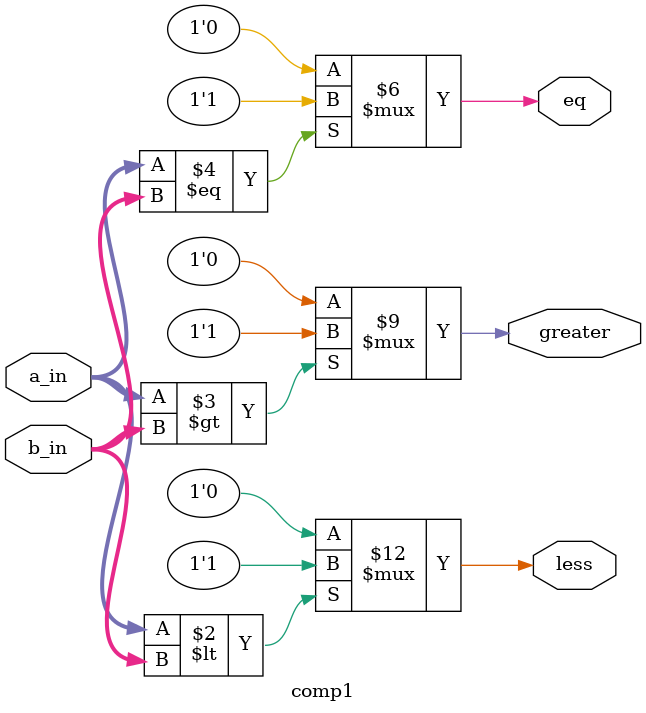
<source format=v>
`timescale 1ns / 1ps


module comp1(less,greater,eq,a_in,b_in);
output less,greater,eq;
input [0:3]a_in,b_in;
reg less,greater,eq;
always@(a_in or b_in)
begin 
if (a_in<b_in)
 less=1'b1;
else
  less=1'b0; 
if (a_in>b_in)
  greater=1'b1;
else
  greater=1'b0; 
if (a_in==b_in)
   eq=1'b1;
else
   eq=1'b0;
   end 
 endmodule

</source>
